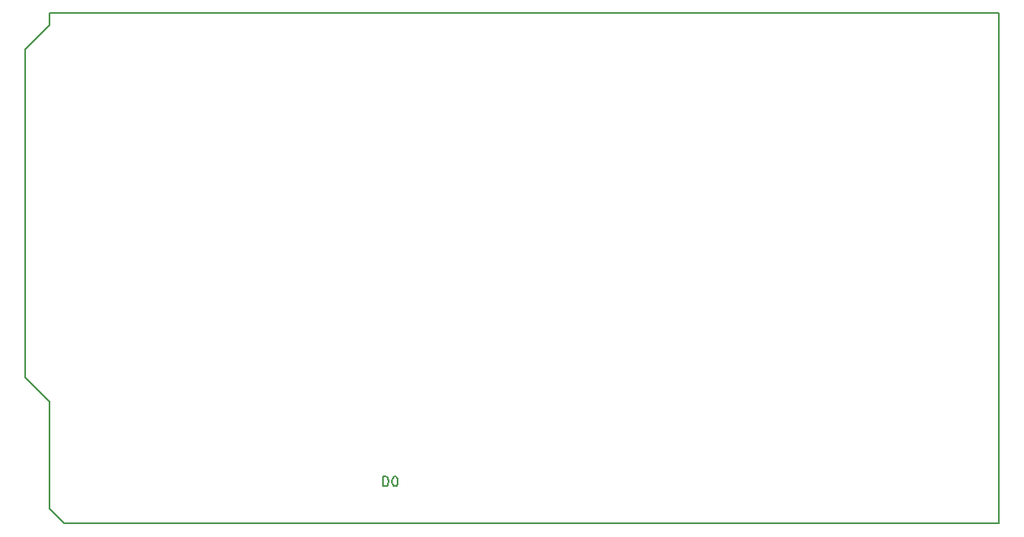
<source format=gbr>
%TF.GenerationSoftware,KiCad,Pcbnew,9.0.7*%
%TF.CreationDate,2026-01-24T11:24:44+03:00*%
%TF.ProjectId,greywater-fed hydroponic system,67726579-7761-4746-9572-2d6665642068,rev?*%
%TF.SameCoordinates,Original*%
%TF.FileFunction,Legend,Bot*%
%TF.FilePolarity,Positive*%
%FSLAX46Y46*%
G04 Gerber Fmt 4.6, Leading zero omitted, Abs format (unit mm)*
G04 Created by KiCad (PCBNEW 9.0.7) date 2026-01-24 11:24:44*
%MOMM*%
%LPD*%
G01*
G04 APERTURE LIST*
%ADD10C,0.150000*%
G04 APERTURE END LIST*
D10*
X301191905Y-172650180D02*
X301191905Y-173650180D01*
X301191905Y-173650180D02*
X301430000Y-173650180D01*
X301430000Y-173650180D02*
X301572857Y-173602561D01*
X301572857Y-173602561D02*
X301668095Y-173507323D01*
X301668095Y-173507323D02*
X301715714Y-173412085D01*
X301715714Y-173412085D02*
X301763333Y-173221609D01*
X301763333Y-173221609D02*
X301763333Y-173078752D01*
X301763333Y-173078752D02*
X301715714Y-172888276D01*
X301715714Y-172888276D02*
X301668095Y-172793038D01*
X301668095Y-172793038D02*
X301572857Y-172697800D01*
X301572857Y-172697800D02*
X301430000Y-172650180D01*
X301430000Y-172650180D02*
X301191905Y-172650180D01*
X302382381Y-173650180D02*
X302477619Y-173650180D01*
X302477619Y-173650180D02*
X302572857Y-173602561D01*
X302572857Y-173602561D02*
X302620476Y-173554942D01*
X302620476Y-173554942D02*
X302668095Y-173459704D01*
X302668095Y-173459704D02*
X302715714Y-173269228D01*
X302715714Y-173269228D02*
X302715714Y-173031133D01*
X302715714Y-173031133D02*
X302668095Y-172840657D01*
X302668095Y-172840657D02*
X302620476Y-172745419D01*
X302620476Y-172745419D02*
X302572857Y-172697800D01*
X302572857Y-172697800D02*
X302477619Y-172650180D01*
X302477619Y-172650180D02*
X302382381Y-172650180D01*
X302382381Y-172650180D02*
X302287143Y-172697800D01*
X302287143Y-172697800D02*
X302239524Y-172745419D01*
X302239524Y-172745419D02*
X302191905Y-172840657D01*
X302191905Y-172840657D02*
X302144286Y-173031133D01*
X302144286Y-173031133D02*
X302144286Y-173269228D01*
X302144286Y-173269228D02*
X302191905Y-173459704D01*
X302191905Y-173459704D02*
X302239524Y-173554942D01*
X302239524Y-173554942D02*
X302287143Y-173602561D01*
X302287143Y-173602561D02*
X302382381Y-173650180D01*
%TO.C,A1*%
X263830000Y-128020000D02*
X263830000Y-162310000D01*
X263830000Y-162310000D02*
X266370000Y-164850000D01*
X266370000Y-124210000D02*
X266370000Y-125480000D01*
X266370000Y-125480000D02*
X263830000Y-128020000D01*
X266370000Y-164850000D02*
X266370000Y-176026000D01*
X267894000Y-177550000D02*
X266370000Y-176026000D01*
X365430000Y-124210000D02*
X266370000Y-124210000D01*
X365430000Y-177550000D02*
X267894000Y-177550000D01*
X365430000Y-177550000D02*
X365430000Y-124210000D01*
%TD*%
M02*

</source>
